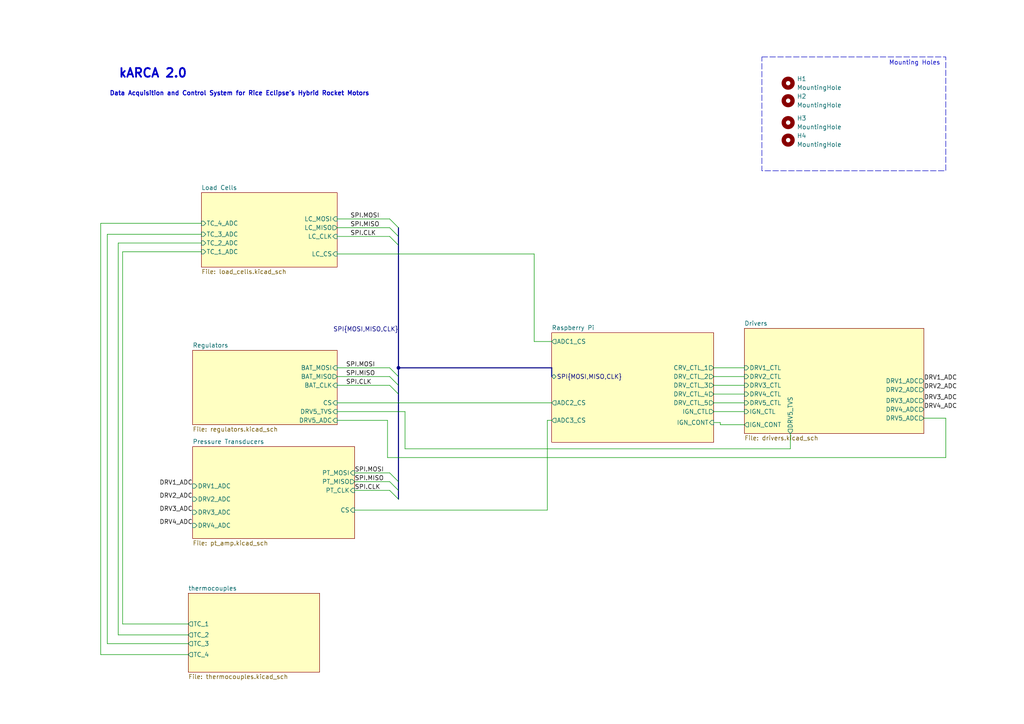
<source format=kicad_sch>
(kicad_sch (version 20230121) (generator eeschema)
  (paper "A4")
  (lib_symbols
    (symbol "Mechanical:MountingHole" (pin_names (offset 1.016))
      (property "Reference" "H" (at 0 5.08 0))
      (property "Value" "MountingHole" (at 0 3.175 0))
      (symbol "MountingHole_0_1"
        (circle (center 0 0) (radius 1.27) (stroke (width 1.27)))
      )
    )
  )
  (junction (at 115.57 106.68))
  (bus_entry (at 115.57 71.12) (size -2.54 -2.54))
  (bus_entry (at 115.57 139.7) (size -2.54 -2.54))
  (bus_entry (at 115.57 66.04) (size -2.54 -2.54))
  (bus_entry (at 115.57 142.24) (size -2.54 -2.54))
  (bus_entry (at 115.57 109.22) (size -2.54 -2.54))
  (bus_entry (at 115.57 111.76) (size -2.54 -2.54))
  (bus_entry (at 115.57 68.58) (size -2.54 -2.54))
  (bus_entry (at 115.57 144.78) (size -2.54 -2.54))
  (bus_entry (at 115.57 114.3) (size -2.54 -2.54))
  (wire (pts (xy 160.02 116.84) (xy 97.79 116.84)))
  (bus (pts (xy 115.57 111.76) (xy 115.57 114.3)))
  (bus (pts (xy 160.02 106.68) (xy 160.02 109.22)))
  (wire (pts (xy 117.475 119.38) (xy 97.79 119.38)))
  (wire (pts (xy 274.32 121.285) (xy 274.32 132.715)))
  (wire (pts (xy 97.79 109.22) (xy 113.03 109.22)))
  (wire (pts (xy 274.32 132.715) (xy 112.395 132.715)))
  (wire (pts (xy 102.87 142.24) (xy 113.03 142.24)))
  (bus (pts (xy 115.57 68.58) (xy 115.57 71.12)))
  (wire (pts (xy 58.42 70.485) (xy 34.29 70.485)))
  (wire (pts (xy 160.02 99.06) (xy 154.94 99.06)))
  (wire (pts (xy 31.115 67.945) (xy 58.42 67.945)))
  (wire (pts (xy 229.235 125.73) (xy 229.235 130.175)))
  (wire (pts (xy 208.915 123.19) (xy 208.915 122.555)))
  (wire (pts (xy 154.94 99.06) (xy 154.94 73.66)))
  (wire (pts (xy 208.915 122.555) (xy 207.01 122.555)))
  (bus (pts (xy 115.57 66.04) (xy 115.57 68.58)))
  (wire (pts (xy 207.01 106.68) (xy 215.9 106.68)))
  (wire (pts (xy 58.42 64.77) (xy 29.21 64.77)))
  (bus (pts (xy 115.57 142.24) (xy 115.57 144.78)))
  (wire (pts (xy 29.21 64.77) (xy 29.21 189.865)))
  (bus (pts (xy 115.57 106.68) (xy 115.57 109.22)))
  (wire (pts (xy 97.79 63.5) (xy 113.03 63.5)))
  (wire (pts (xy 97.79 106.68) (xy 113.03 106.68)))
  (wire (pts (xy 267.97 121.285) (xy 274.32 121.285)))
  (wire (pts (xy 158.75 121.92) (xy 158.75 147.955)))
  (wire (pts (xy 229.235 130.175) (xy 117.475 130.175)))
  (wire (pts (xy 31.115 186.69) (xy 31.115 67.945)))
  (wire (pts (xy 35.56 73.025) (xy 58.42 73.025)))
  (wire (pts (xy 54.61 186.69) (xy 31.115 186.69)))
  (wire (pts (xy 34.29 70.485) (xy 34.29 184.15)))
  (wire (pts (xy 112.395 121.92) (xy 97.79 121.92)))
  (wire (pts (xy 207.01 119.38) (xy 215.9 119.38)))
  (wire (pts (xy 102.87 147.955) (xy 158.75 147.955)))
  (wire (pts (xy 29.21 189.865) (xy 54.61 189.865)))
  (wire (pts (xy 35.56 180.975) (xy 35.56 73.025)))
  (wire (pts (xy 207.01 114.3) (xy 215.9 114.3)))
  (wire (pts (xy 97.79 111.76) (xy 113.03 111.76)))
  (wire (pts (xy 97.79 68.58) (xy 113.03 68.58)))
  (wire (pts (xy 102.87 139.7) (xy 113.03 139.7)))
  (wire (pts (xy 207.01 116.84) (xy 215.9 116.84)))
  (wire (pts (xy 102.87 137.16) (xy 113.03 137.16)))
  (wire (pts (xy 112.395 132.715) (xy 112.395 121.92)))
  (wire (pts (xy 207.01 111.76) (xy 215.9 111.76)))
  (bus (pts (xy 115.57 71.12) (xy 115.57 106.68)))
  (bus (pts (xy 115.57 139.7) (xy 115.57 142.24)))
  (bus (pts (xy 115.57 109.22) (xy 115.57 111.76)))
  (wire (pts (xy 154.94 73.66) (xy 97.79 73.66)))
  (wire (pts (xy 207.01 109.22) (xy 215.9 109.22)))
  (wire (pts (xy 117.475 130.175) (xy 117.475 119.38)))
  (wire (pts (xy 160.02 121.92) (xy 158.75 121.92)))
  (bus (pts (xy 115.57 106.68) (xy 160.02 106.68)))
  (wire (pts (xy 54.61 180.975) (xy 35.56 180.975)))
  (wire (pts (xy 215.9 123.19) (xy 208.915 123.19)))
  (bus (pts (xy 115.57 114.3) (xy 115.57 139.7)))
  (wire (pts (xy 34.29 184.15) (xy 54.61 184.15)))
  (wire (pts (xy 97.79 66.04) (xy 113.03 66.04)))
  (rectangle (start 220.98 16.51) (end 274.32 49.53) (stroke (width 0) (type dash)))
  (text "Mounting Holes\n" (at 257.81 19.05 0) (effects (font (size 1.27 1.27)) (justify left bottom)))
  (text "kARCA 2.0" (at 34.29 22.86 0) (effects (font (size 2.54 2.54) (thickness 0.508) bold) (justify left bottom)))
  (text "Data Acquisition and Control System for Rice Eclipse's Hybrid Rocket Motors" (at 31.75 27.94 0) (effects (font (size 1.27 1.27) bold) (justify left bottom)))
  (label "SPI{MOSI,MISO,CLK}" (at 115.57 96.52 180))
  (label "SPI.MISO" (at 102.87 139.7 0))
  (label "SPI.CLK" (at 102.87 142.24 0))
  (label "SPI.CLK" (at 100.33 111.76 0))
  (label "SPI.MISO" (at 101.6 66.04 0))
  (label "DRV1_ADC" (at 267.97 110.49 0))
  (label "DRV3_ADC" (at 267.97 116.205 0))
  (label "DRV3_ADC" (at 55.88 148.59 180))
  (label "SPI.MISO" (at 100.33 109.22 0))
  (label "SPI.MOSI" (at 102.87 137.16 0))
  (label "SPI.MOSI" (at 100.33 106.68 0))
  (label "SPI.CLK" (at 101.6 68.58 0))
  (label "DRV4_ADC" (at 267.97 118.745 0))
  (label "SPI.MOSI" (at 101.6 63.5 0))
  (label "DRV1_ADC" (at 55.88 140.97 180))
  (label "DRV2_ADC" (at 55.88 144.78 180))
  (label "DRV4_ADC" (at 55.88 152.4 180))
  (label "DRV2_ADC" (at 267.97 113.03 0))
  (symbol (lib_id "Mechanical:MountingHole") (at 228.6 24.13 0) (unit 1)
    (property "Reference" "H1" (at 231.14 22.86 0) (effects (justify left)))
    (property "Value" "MountingHole" (at 231.14 25.4 0) (effects (justify left)))
    (property "Footprint" "MountingHole:MountingHole_3.2mm_M3" (effects hide))
  )
  (symbol (lib_id "Mechanical:MountingHole") (at 228.6 35.56 0) (unit 1)
    (property "Reference" "H3" (at 231.14 34.29 0) (effects (justify left)))
    (property "Value" "MountingHole" (at 231.14 36.83 0) (effects (justify left)))
    (property "Footprint" "MountingHole:MountingHole_3.2mm_M3" (effects hide))
  )
  (symbol (lib_id "Mechanical:MountingHole") (at 228.6 29.21 0) (unit 1)
    (property "Reference" "H2" (at 231.14 27.94 0) (effects (justify left)))
    (property "Value" "MountingHole" (at 231.14 30.48 0) (effects (justify left)))
    (property "Footprint" "MountingHole:MountingHole_3.2mm_M3" (effects hide))
  )
  (symbol (lib_id "Mechanical:MountingHole") (at 228.6 40.64 0) (unit 1)
    (property "Reference" "H4" (at 231.14 39.37 0) (effects (justify left)))
    (property "Value" "MountingHole" (at 231.14 41.91 0) (effects (justify left)))
    (property "Footprint" "MountingHole:MountingHole_3.2mm_M3" (effects hide))
  )
  (sheet (at 54.61 172.085) (size 38.1 22.86) (stroke (width 0.1524)) (fill (color 255 255 194 1.0000))
    (property "Sheetname" "thermocouples" (at 54.61 171.3734 0) (effects (justify left bottom)))
    (property "Sheetfile" "thermocouples.kicad_sch" (at 54.61 195.5296 0) (effects (justify left top)))
    (pin "TC_2" output (at 54.61 184.15 180))
    (pin "TC_1" output (at 54.61 180.975 180))
    (pin "TC_4" output (at 54.61 189.865 180))
    (pin "TC_3" output (at 54.61 186.69 180))
  )
  (sheet (at 215.9 95.25) (size 52.07 30.48) (stroke (width 0.1524)) (fill (color 255 255 194 1.0000))
    (property "Sheetname" "Drivers" (at 215.9 94.5384 0) (effects (justify left bottom)))
    (property "Sheetfile" "drivers.kicad_sch" (at 215.9 126.3146 0) (effects (justify left top)))
    (pin "DRV2_CTL" input (at 215.9 109.22 180))
    (pin "DRV1_CTL" input (at 215.9 106.68 180))
    (pin "DRV3_CTL" input (at 215.9 111.76 180))
    (pin "DRV5_CTL" input (at 215.9 116.84 180))
    (pin "DRV4_CTL" input (at 215.9 114.3 180))
    (pin "IGN_CTL" input (at 215.9 119.38 180))
    (pin "IGN_CONT" output (at 215.9 123.19 180))
    (pin "DRV5_TVS" output (at 229.235 125.73 270))
    (pin "DRV1_ADC" output (at 267.97 110.49 0))
    (pin "DRV2_ADC" output (at 267.97 113.03 0))
    (pin "DRV3_ADC" output (at 267.97 116.205 0))
    (pin "DRV4_ADC" output (at 267.97 118.745 0))
    (pin "DRV5_ADC" output (at 267.97 121.285 0))
  )
  (sheet (at 55.88 129.54) (size 46.99 26.67) (stroke (width 0.1524)) (fill (color 255 255 194 1.0000))
    (property "Sheetname" "Pressure Transducers" (at 55.88 128.8284 0) (effects (justify left bottom)))
    (property "Sheetfile" "pt_amp.kicad_sch" (at 55.88 156.7946 0) (effects (justify left top)))
    (pin "CS" input (at 102.87 147.955 0))
    (pin "PT_CLK" input (at 102.87 142.24 0))
    (pin "PT_MOSI" input (at 102.87 137.16 0))
    (pin "PT_MISO" output (at 102.87 139.7 0))
    (pin "DRV1_ADC" input (at 55.88 140.97 180))
    (pin "DRV4_ADC" input (at 55.88 152.4 180))
    (pin "DRV2_ADC" input (at 55.88 144.78 180))
    (pin "DRV3_ADC" input (at 55.88 148.59 180))
  )
  (sheet (at 55.88 101.6) (size 41.91 21.59) (stroke (width 0.1524)) (fill (color 255 255 194 1.0000))
    (property "Sheetname" "Regulators" (at 55.88 100.8884 0) (effects (justify left bottom)))
    (property "Sheetfile" "regulators.kicad_sch" (at 55.88 123.7746 0) (effects (justify left top)))
    (pin "CS" input (at 97.79 116.84 0))
    (pin "BAT_MISO" output (at 97.79 109.22 0))
    (pin "BAT_CLK" input (at 97.79 111.76 0))
    (pin "BAT_MOSI" input (at 97.79 106.68 0))
    (pin "DRV5_TVS" input (at 97.79 119.38 0))
    (pin "DRV5_ADC" input (at 97.79 121.92 0))
  )
  (sheet (at 58.42 55.88) (size 39.37 21.59) (stroke (width 0.1524)) (fill (color 255 255 194 1.0000))
    (property "Sheetname" "Load Cells" (at 58.42 55.1684 0) (effects (justify left bottom)))
    (property "Sheetfile" "load_cells.kicad_sch" (at 58.42 78.0546 0) (effects (justify left top)))
    (pin "LC_CLK" input (at 97.79 68.58 0))
    (pin "LC_MISO" output (at 97.79 66.04 0))
    (pin "LC_MOSI" input (at 97.79 63.5 0))
    (pin "LC_CS" input (at 97.79 73.66 0))
    (pin "TC_1_ADC" input (at 58.42 73.025 180))
    (pin "TC_3_ADC" input (at 58.42 67.945 180))
    (pin "TC_4_ADC" input (at 58.42 64.77 180))
    (pin "TC_2_ADC" input (at 58.42 70.485 180))
  )
  (sheet (at 160.02 96.52) (size 46.99 31.75) (stroke (width 0.1524)) (fill (color 255 255 194 1.0000))
    (property "Sheetname" "Raspberry Pi" (at 160.02 95.8084 0) (effects (justify left bottom)))
    (property "Sheetfile" "raspberry_pi.kicad_sch" (effects hide))
    (pin "ADC1_CS" output (at 160.02 99.06 180))
    (pin "ADC2_CS" output (at 160.02 116.84 180))
    (pin "DRV_CTL_4" output (at 207.01 114.3 0))
    (pin "DRV_CTL_5" output (at 207.01 116.84 0))
    (pin "DRV_CTL_2" output (at 207.01 109.22 0))
    (pin "CRV_CTL_1" output (at 207.01 106.68 0))
    (pin "DRV_CTL_3" output (at 207.01 111.76 0))
    (pin "IGN_CTL" output (at 207.01 119.38 0))
    (pin "ADC3_CS" output (at 160.02 121.92 180))
    (pin "SPI{MOSI,MISO,CLK}" bidirectional (at 160.02 109.22 180))
    (pin "IGN_CONT" input (at 207.01 122.555 0))
  )
)
</source>
